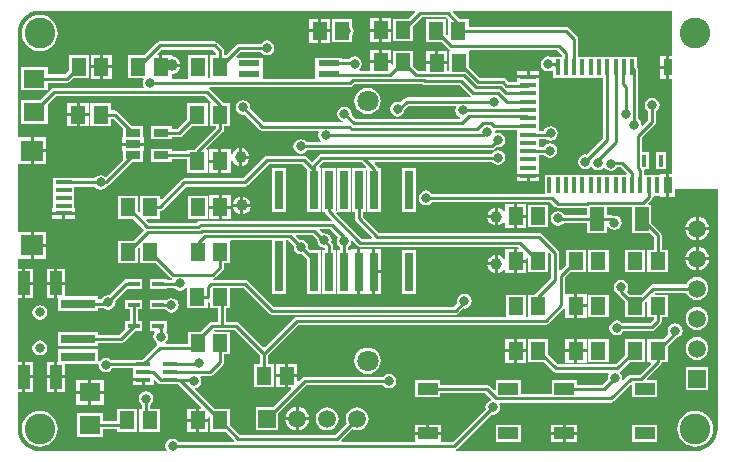
<source format=gtl>
G04 Layer_Physical_Order=1*
G04 Layer_Color=255*
%FSLAX25Y25*%
%MOIN*%
G70*
G01*
G75*
%ADD10R,0.05118X0.01400*%
%ADD11R,0.05118X0.05906*%
%ADD12R,0.03937X0.01400*%
%ADD13R,0.04921X0.07874*%
%ADD14R,0.07087X0.06299*%
%ADD15R,0.05118X0.02756*%
%ADD16R,0.06693X0.03937*%
%ADD17R,0.03150X0.05512*%
%ADD18R,0.01575X0.05512*%
%ADD19R,0.05512X0.01575*%
%ADD20R,0.01575X0.03937*%
%ADD21R,0.03150X0.16929*%
%ADD22R,0.02756X0.12992*%
%ADD23R,0.03150X0.12992*%
%ADD24R,0.07087X0.02165*%
%ADD25R,0.07500X0.07100*%
%ADD26R,0.05600X0.01400*%
%ADD27R,0.03937X0.07874*%
%ADD28R,0.11811X0.03150*%
%ADD29C,0.01000*%
%ADD30C,0.10236*%
%ADD31R,0.05906X0.05906*%
%ADD32C,0.05906*%
%ADD33R,0.05906X0.05906*%
%ADD34C,0.07087*%
%ADD35C,0.03150*%
%ADD36C,0.03937*%
G36*
X8858Y148161D02*
X133784D01*
X133975Y147699D01*
X131788Y145512D01*
X126535D01*
Y137953D01*
X133307D01*
Y143205D01*
X136190Y146088D01*
X144322D01*
X144740Y145670D01*
X145039Y145315D01*
X145039D01*
X145039Y145315D01*
Y140307D01*
X144539Y140061D01*
X144331Y140223D01*
Y145315D01*
X137559D01*
Y137756D01*
X142811D01*
X145106Y135461D01*
X145519Y135185D01*
X145525Y135148D01*
X145313Y134685D01*
X145236D01*
Y128176D01*
X144701D01*
Y130405D01*
X137583D01*
Y128176D01*
X134761D01*
X133307Y129630D01*
Y134882D01*
X126535D01*
Y130159D01*
X126500Y130135D01*
X126000Y130403D01*
Y130602D01*
X118882D01*
Y128176D01*
X115506D01*
X115354Y128676D01*
X115511Y128780D01*
X116042Y129575D01*
X116228Y130512D01*
X116042Y131449D01*
X115511Y132243D01*
X114717Y132774D01*
X113779Y132960D01*
X112843Y132774D01*
X112048Y132243D01*
X111861Y131963D01*
X109488D01*
Y132520D01*
X100748D01*
Y128701D01*
Y125368D01*
X83110D01*
Y128701D01*
Y132520D01*
X74620D01*
X74413Y133020D01*
X75867Y134474D01*
X82661D01*
X82914Y134095D01*
X83709Y133564D01*
X84646Y133378D01*
X85583Y133564D01*
X86377Y134095D01*
X86908Y134890D01*
X87094Y135827D01*
X86908Y136764D01*
X86377Y137558D01*
X85583Y138089D01*
X84646Y138275D01*
X83709Y138089D01*
X82914Y137558D01*
X82661Y137180D01*
X75307D01*
X75307Y137180D01*
X74789Y137077D01*
X74351Y136783D01*
X74351Y136783D01*
X70855Y133287D01*
X70341D01*
Y134752D01*
X70238Y135270D01*
X69945Y135708D01*
X69945Y135708D01*
X68082Y137571D01*
X67644Y137864D01*
X67126Y137967D01*
X67126Y137967D01*
X48839D01*
X48839Y137967D01*
X48321Y137864D01*
X47882Y137571D01*
X43599Y133287D01*
X38346D01*
Y125728D01*
X43395D01*
X43631Y125287D01*
X43407Y124952D01*
X43221Y124015D01*
X43407Y123078D01*
X43555Y122857D01*
X43319Y122416D01*
X13583D01*
X13583Y122416D01*
X13065Y122313D01*
X12626Y122020D01*
X12626Y122020D01*
X9150Y118543D01*
X2716D01*
Y110591D01*
X11457D01*
Y117024D01*
X14143Y119710D01*
X64007D01*
X65893Y117824D01*
X65701Y117362D01*
X65512D01*
Y109803D01*
X67545D01*
Y109222D01*
X60461Y102138D01*
X60242Y101811D01*
X58031D01*
Y101353D01*
X52795D01*
Y102205D01*
X46024D01*
Y97795D01*
X52795D01*
Y98647D01*
X58031D01*
Y94252D01*
X64803D01*
Y101811D01*
X64614D01*
X64422Y102273D01*
X69854Y107705D01*
X70147Y108144D01*
X70250Y108661D01*
X70250Y108661D01*
Y109803D01*
X72284D01*
Y117362D01*
X70072D01*
X69854Y117689D01*
X69854Y117689D01*
X65523Y122020D01*
X65309Y122163D01*
X65461Y122663D01*
X112208D01*
X112208Y122663D01*
X112726Y122766D01*
X113165Y123059D01*
X113749Y123643D01*
X136618D01*
X136759Y123549D01*
X137276Y123446D01*
X137276Y123447D01*
X148853D01*
X152441Y119858D01*
X152441Y119858D01*
X152579Y119766D01*
X152427Y119266D01*
X131299D01*
X131299Y119266D01*
X130781Y119163D01*
X130343Y118870D01*
X130343Y118870D01*
X129088Y117615D01*
X129087Y117617D01*
X128150Y117803D01*
X127213Y117617D01*
X126418Y117086D01*
X125887Y116291D01*
X125701Y115354D01*
X125887Y114417D01*
X126418Y113623D01*
X127213Y113092D01*
X128150Y112906D01*
X129087Y113092D01*
X129881Y113623D01*
X130412Y114417D01*
X130585Y115286D01*
X131860Y116561D01*
X147453D01*
X147689Y116120D01*
X147541Y115898D01*
X147354Y114961D01*
X147541Y114024D01*
X148072Y113229D01*
X148774Y112760D01*
X148908Y112356D01*
X148931Y112176D01*
X148777Y111983D01*
X114143D01*
X112793Y113333D01*
X112882Y113779D01*
X112695Y114717D01*
X112164Y115511D01*
X111370Y116042D01*
X110433Y116228D01*
X109496Y116042D01*
X108702Y115511D01*
X108171Y114717D01*
X107984Y113779D01*
X108171Y112843D01*
X108702Y112048D01*
X109496Y111517D01*
X109848Y111447D01*
X109799Y110947D01*
X83486D01*
X78935Y115498D01*
X79023Y115945D01*
X78837Y116882D01*
X78306Y117676D01*
X77512Y118207D01*
X76575Y118394D01*
X75638Y118207D01*
X74843Y117676D01*
X74313Y116882D01*
X74126Y115945D01*
X74313Y115008D01*
X74843Y114213D01*
X75638Y113683D01*
X76575Y113496D01*
X77021Y113585D01*
X81969Y108638D01*
X81969Y108638D01*
X82407Y108345D01*
X82925Y108242D01*
X82925Y108242D01*
X101750D01*
X101986Y107801D01*
X101872Y107630D01*
X101685Y106693D01*
X101872Y105756D01*
X102402Y104962D01*
X102636Y104806D01*
X102484Y104306D01*
X97851D01*
X97598Y104684D01*
X96803Y105215D01*
X95866Y105401D01*
X94929Y105215D01*
X94135Y104684D01*
X93604Y103890D01*
X93418Y102953D01*
X93604Y102016D01*
X94135Y101221D01*
X94929Y100690D01*
X95866Y100504D01*
X96803Y100690D01*
X97598Y101221D01*
X97851Y101600D01*
X159449D01*
X159449Y101600D01*
X159967Y101703D01*
X160405Y101996D01*
X161168Y102758D01*
X161614Y102670D01*
X162551Y102856D01*
X163346Y103387D01*
X163876Y104181D01*
X164063Y105118D01*
X163876Y106055D01*
X163346Y106850D01*
X162551Y107380D01*
X161614Y107567D01*
X160942Y107433D01*
X160510Y107824D01*
X160520Y107874D01*
X160513Y107906D01*
X160830Y108293D01*
X168071D01*
Y105276D01*
Y102520D01*
Y99764D01*
Y94898D01*
X167898D01*
Y93610D01*
X175409D01*
Y94898D01*
X175236D01*
Y97008D01*
Y100025D01*
X177084D01*
X177206Y99843D01*
X178000Y99313D01*
X178937Y99126D01*
X179874Y99313D01*
X180668Y99843D01*
X181199Y100638D01*
X181386Y101575D01*
X181199Y102512D01*
X180668Y103306D01*
X179874Y103837D01*
X178937Y104023D01*
X178000Y103837D01*
X177206Y103306D01*
X176821Y102731D01*
X175236D01*
Y105537D01*
X177425D01*
X178197Y105021D01*
X179134Y104835D01*
X180071Y105021D01*
X180865Y105552D01*
X181396Y106346D01*
X181582Y107283D01*
X181396Y108221D01*
X180865Y109015D01*
X180071Y109546D01*
X179134Y109732D01*
X178197Y109546D01*
X177402Y109015D01*
X176886Y108242D01*
X175236D01*
Y110787D01*
Y113543D01*
Y116299D01*
Y119055D01*
Y121811D01*
Y124394D01*
X175409D01*
Y125681D01*
X167898D01*
Y124581D01*
X164949D01*
X164105Y125425D01*
X163666Y125718D01*
X163148Y125821D01*
X163148Y125821D01*
X155619D01*
X152008Y129433D01*
Y134565D01*
X152008Y134685D01*
X152299Y135065D01*
X181329D01*
X182899Y133495D01*
Y132913D01*
X179882D01*
Y132905D01*
X179441Y132669D01*
X179283Y132774D01*
X178347Y132960D01*
X177409Y132774D01*
X176615Y132243D01*
X176084Y131449D01*
X175898Y130512D01*
X176084Y129575D01*
X176615Y128780D01*
X177409Y128250D01*
X178347Y128063D01*
X179283Y128250D01*
X179441Y128355D01*
X179882Y128119D01*
Y125748D01*
X196679D01*
Y105678D01*
X191195Y100194D01*
X190748Y100283D01*
X189811Y100097D01*
X189017Y99566D01*
X188486Y98772D01*
X188299Y97835D01*
X188486Y96898D01*
X189017Y96103D01*
X189811Y95572D01*
X190748Y95386D01*
X191685Y95572D01*
X192346Y96014D01*
X192961Y95993D01*
X193150Y95710D01*
X193945Y95179D01*
X194882Y94992D01*
X195819Y95179D01*
X196613Y95710D01*
X196731Y95886D01*
X197231D01*
X197481Y95513D01*
X198275Y94982D01*
X199213Y94796D01*
X200150Y94982D01*
X200944Y95513D01*
X201329Y96088D01*
X202392D01*
X204475Y94005D01*
X204284Y93543D01*
X177126D01*
Y87179D01*
X139583D01*
X139330Y87558D01*
X138535Y88089D01*
X137598Y88275D01*
X136661Y88089D01*
X135867Y87558D01*
X135336Y86764D01*
X135150Y85827D01*
X135336Y84890D01*
X135867Y84095D01*
X136661Y83565D01*
X137598Y83378D01*
X138535Y83565D01*
X139330Y84095D01*
X139583Y84474D01*
X178967D01*
X180540Y82902D01*
X180978Y82608D01*
X181496Y82506D01*
X181496Y82506D01*
X191201D01*
Y80093D01*
X183809D01*
X183424Y80668D01*
X182630Y81199D01*
X181693Y81386D01*
X180756Y81199D01*
X179962Y80668D01*
X179431Y79874D01*
X179244Y78937D01*
X179431Y78000D01*
X179962Y77206D01*
X180756Y76675D01*
X181693Y76488D01*
X182630Y76675D01*
X183424Y77206D01*
X183546Y77387D01*
X191201D01*
Y73976D01*
X197776D01*
Y76255D01*
X198276Y76406D01*
X198662Y75828D01*
X199457Y75297D01*
X200394Y75110D01*
X201331Y75297D01*
X202125Y75828D01*
X202656Y76622D01*
X202842Y77559D01*
X202656Y78496D01*
X202125Y79290D01*
X201331Y79821D01*
X200394Y80008D01*
X199862Y79902D01*
X199730Y79990D01*
X199213Y80093D01*
X199213Y80093D01*
X197776D01*
Y82651D01*
X206161D01*
Y73976D01*
X212299D01*
X213446Y72829D01*
Y68543D01*
X211413D01*
Y60984D01*
X218185D01*
Y68543D01*
X216152D01*
Y73390D01*
X216049Y73907D01*
X215756Y74346D01*
X215756Y74346D01*
X212736Y77366D01*
Y83504D01*
X211858D01*
X211666Y83966D01*
X212768Y85067D01*
X212768Y85067D01*
X213061Y85506D01*
X213164Y86024D01*
X213483Y86378D01*
X215535D01*
Y86205D01*
X217610D01*
Y89961D01*
Y93717D01*
X215535D01*
Y93543D01*
X210408D01*
Y94974D01*
X210394Y95047D01*
X210711Y95433D01*
X212047D01*
Y101024D01*
X209672D01*
Y105987D01*
X213949Y110264D01*
X213949Y110264D01*
X214242Y110703D01*
X214345Y111221D01*
Y114748D01*
X214724Y115001D01*
X215254Y115795D01*
X215441Y116732D01*
X215254Y117669D01*
X214724Y118464D01*
X213929Y118994D01*
X212992Y119181D01*
X212055Y118994D01*
X211261Y118464D01*
X210730Y117669D01*
X210543Y116732D01*
X210730Y115795D01*
X211261Y115001D01*
X211639Y114748D01*
Y111781D01*
X209787Y109928D01*
X209326Y110175D01*
X209338Y110236D01*
X209152Y111173D01*
X208621Y111968D01*
X208388Y112123D01*
Y128594D01*
X208388Y128594D01*
X208285Y129112D01*
X207992Y129551D01*
X207992Y129551D01*
X207913Y129630D01*
Y132913D01*
X188361D01*
Y138779D01*
X188258Y139297D01*
X187964Y139736D01*
X187964Y139736D01*
X185208Y142492D01*
X184770Y142785D01*
X184252Y142888D01*
X184252Y142888D01*
X151811D01*
Y145315D01*
X148921D01*
X146537Y147699D01*
X146728Y148161D01*
X219685D01*
Y133087D01*
X218610D01*
Y129331D01*
Y125575D01*
X219685D01*
Y93717D01*
X218610D01*
Y89961D01*
Y86205D01*
X220685D01*
Y88779D01*
X234775D01*
Y8858D01*
X234784Y8813D01*
X234646Y7409D01*
X234224Y6016D01*
X233537Y4732D01*
X232614Y3607D01*
X231488Y2683D01*
X230204Y1997D01*
X228811Y1574D01*
X227408Y1436D01*
X227362Y1445D01*
X147716D01*
X147640Y1673D01*
X147633Y1945D01*
X148004Y2193D01*
X159396Y13585D01*
X159843Y13496D01*
X160780Y13683D01*
X161574Y14213D01*
X162105Y15008D01*
X162291Y15945D01*
X162105Y16882D01*
X161922Y17155D01*
X162158Y17596D01*
X199185D01*
X199185Y17596D01*
X199703Y17699D01*
X200142Y17992D01*
X205814Y23664D01*
X206276Y23473D01*
Y19449D01*
X214622D01*
Y25039D01*
X211464D01*
X211273Y25501D01*
X215756Y29984D01*
X215756Y29984D01*
X216049Y30423D01*
X216152Y30941D01*
X216629Y31059D01*
X218185D01*
Y36311D01*
X221033Y39159D01*
X221606Y39273D01*
X222401Y39804D01*
X222932Y40598D01*
X223118Y41535D01*
X222932Y42472D01*
X222401Y43267D01*
X221606Y43798D01*
X220669Y43984D01*
X219732Y43798D01*
X218938Y43267D01*
X218407Y42472D01*
X218221Y41535D01*
X218407Y40598D01*
X218503Y40455D01*
X216666Y38618D01*
X211413D01*
Y31059D01*
X212351D01*
X212542Y30597D01*
X208837Y26892D01*
X205776D01*
X205776Y26892D01*
X205258Y26789D01*
X204819Y26496D01*
X203410Y25086D01*
X202949Y25333D01*
X203039Y25787D01*
X202853Y26724D01*
X202402Y27398D01*
X202383Y27797D01*
X202437Y28043D01*
X205452Y31059D01*
X210705D01*
Y38618D01*
X203933D01*
Y33366D01*
X200857Y30290D01*
X181462D01*
X178386Y33366D01*
Y38618D01*
X171614D01*
Y31059D01*
X176866D01*
X179945Y27981D01*
X180384Y27687D01*
X180902Y27584D01*
X180902Y27584D01*
X198301D01*
X198569Y27084D01*
X198328Y26724D01*
X198142Y25787D01*
X198231Y25341D01*
X196487Y23597D01*
X187819D01*
Y25039D01*
X179472D01*
Y20302D01*
X169150D01*
Y25039D01*
X160803D01*
Y21792D01*
X160341Y21601D01*
X158742Y23201D01*
X158303Y23494D01*
X157785Y23597D01*
X157785Y23597D01*
X142347D01*
Y25039D01*
X134000D01*
Y19449D01*
X142347D01*
Y20891D01*
X157225D01*
X159368Y18749D01*
X159222Y18270D01*
X158905Y18207D01*
X158111Y17676D01*
X157580Y16882D01*
X157394Y15945D01*
X157483Y15498D01*
X146487Y4502D01*
X142520D01*
Y6784D01*
X133827D01*
Y4502D01*
X109564D01*
X109356Y5002D01*
X113106Y8752D01*
X113659Y8523D01*
X114646Y8393D01*
X115632Y8523D01*
X116552Y8903D01*
X117341Y9509D01*
X117947Y10299D01*
X118328Y11218D01*
X118458Y12205D01*
X118328Y13191D01*
X117947Y14111D01*
X117341Y14900D01*
X116552Y15506D01*
X115632Y15887D01*
X114646Y16017D01*
X113659Y15887D01*
X112740Y15506D01*
X111950Y14900D01*
X111344Y14111D01*
X110963Y13191D01*
X110834Y12205D01*
X110963Y11218D01*
X111193Y10665D01*
X107392Y6865D01*
X75651D01*
X72374Y10142D01*
Y15394D01*
X67122D01*
X60599Y21917D01*
X60763Y22459D01*
X61173Y22541D01*
X61968Y23072D01*
X62498Y23866D01*
X62685Y24803D01*
X62498Y25740D01*
X62350Y25962D01*
X62586Y26403D01*
X65551D01*
X65551Y26403D01*
X66069Y26506D01*
X66508Y26799D01*
X69945Y30236D01*
X69945Y30236D01*
X70238Y30675D01*
X70341Y31193D01*
X70341Y31193D01*
Y33622D01*
X72374D01*
Y41181D01*
X67298D01*
X67030Y41681D01*
X67081Y41758D01*
X73849D01*
X82309Y33298D01*
Y30354D01*
X80276D01*
Y22795D01*
X87047D01*
Y30354D01*
X85014D01*
Y33298D01*
X95245Y43529D01*
X177467D01*
X177467Y43529D01*
X177985Y43632D01*
X178423Y43925D01*
X183492Y48994D01*
X183492Y48994D01*
X183539Y49065D01*
X184039Y48913D01*
Y45850D01*
X187098D01*
Y49803D01*
Y53756D01*
X184388D01*
X184039Y53756D01*
X183888Y54193D01*
Y59140D01*
X185732Y60984D01*
X190984D01*
Y68543D01*
X184213D01*
Y63291D01*
X182523Y61602D01*
X182061Y61793D01*
Y67520D01*
X182061Y67520D01*
X181958Y68037D01*
X181665Y68476D01*
X181665Y68476D01*
X176350Y73791D01*
X175911Y74084D01*
X175394Y74187D01*
X175394Y74187D01*
X121820D01*
X116510Y79497D01*
Y81161D01*
X117441D01*
Y95220D01*
X117941Y95513D01*
X118031Y95462D01*
Y81161D01*
X122441D01*
Y95807D01*
X121530D01*
X121486Y96030D01*
X121193Y96468D01*
X120460Y97201D01*
X120651Y97663D01*
X159761D01*
X159883Y97481D01*
X160677Y96950D01*
X161614Y96764D01*
X162551Y96950D01*
X163346Y97481D01*
X163876Y98276D01*
X164063Y99213D01*
X163876Y100150D01*
X163346Y100944D01*
X162551Y101475D01*
X161614Y101661D01*
X160677Y101475D01*
X159883Y100944D01*
X159498Y100368D01*
X116732D01*
X116732Y100368D01*
X116732Y100368D01*
X102756D01*
X102756Y100368D01*
X102238Y100266D01*
X101799Y99972D01*
X99528Y97701D01*
X97846Y99382D01*
X97407Y99675D01*
X96890Y99778D01*
X96890Y99778D01*
X84646D01*
X84646Y99778D01*
X84128Y99675D01*
X83689Y99382D01*
X76605Y92298D01*
X57087D01*
X56569Y92195D01*
X56130Y91901D01*
X56130Y91901D01*
X49517Y85288D01*
X49055Y85480D01*
Y86457D01*
X42283D01*
Y81449D01*
X41783Y81203D01*
X41575Y81364D01*
Y86457D01*
X34803D01*
Y78898D01*
X40055D01*
X43403Y75550D01*
X43437Y74878D01*
X40055Y71496D01*
X34803D01*
Y63937D01*
X41575D01*
Y69029D01*
X41783Y69190D01*
X42283Y68945D01*
Y63937D01*
X47536D01*
X52193Y59280D01*
X52193Y59280D01*
X52632Y58986D01*
X52868Y58939D01*
X52819Y58439D01*
X51221D01*
Y58613D01*
X45630D01*
Y55560D01*
X51221D01*
Y55734D01*
X53659D01*
X53780Y55552D01*
X54575Y55021D01*
X55512Y54835D01*
X56449Y55021D01*
X57243Y55552D01*
X57531Y55983D01*
X58031Y55832D01*
Y48976D01*
X64803D01*
Y51048D01*
X65030Y51154D01*
X65512Y50825D01*
Y48976D01*
X68332D01*
Y44463D01*
X66142D01*
X66142Y44463D01*
X65624Y44360D01*
X65185Y44067D01*
X65185Y44067D01*
X62300Y41181D01*
X58122D01*
Y37179D01*
X50862D01*
X50711Y37679D01*
X50944Y37835D01*
X51475Y38630D01*
X51661Y39567D01*
X51475Y40504D01*
X51088Y41083D01*
X51221Y41583D01*
X51221D01*
X51221Y41583D01*
Y44637D01*
X45630D01*
Y41583D01*
X47076D01*
X47338Y41083D01*
X46950Y40504D01*
X46764Y39567D01*
X46950Y38630D01*
X47481Y37835D01*
X48006Y37485D01*
X48010Y36887D01*
X47855Y36783D01*
X47855Y36783D01*
X42955Y31883D01*
X39955D01*
Y31709D01*
X32731D01*
X32637Y31850D01*
X31843Y32380D01*
X30906Y32567D01*
X29969Y32380D01*
X29174Y31850D01*
X28886Y31418D01*
X28386Y31570D01*
Y35276D01*
X14921D01*
Y31118D01*
X14673D01*
Y26681D01*
X17142D01*
Y30472D01*
X28018D01*
X28457Y30118D01*
X28478Y30011D01*
X28643Y29181D01*
X29174Y28387D01*
X29969Y27856D01*
X30906Y27670D01*
X31843Y27856D01*
X32637Y28387D01*
X33049Y29003D01*
X39955D01*
Y26856D01*
X39782D01*
Y25656D01*
X43341D01*
Y25156D01*
X43841D01*
Y23456D01*
X46900D01*
Y24943D01*
X47362Y25134D01*
X48297Y24199D01*
X48297Y24199D01*
X48736Y23906D01*
X48943Y23865D01*
Y23629D01*
X55060D01*
X62660Y16029D01*
X62469Y15567D01*
X62008D01*
Y12114D01*
X65067D01*
Y12406D01*
X65567Y12673D01*
X65602Y12650D01*
Y7835D01*
X70855D01*
X73687Y5002D01*
X73480Y4502D01*
X55134D01*
X54881Y4881D01*
X54087Y5412D01*
X53150Y5598D01*
X52213Y5412D01*
X51418Y4881D01*
X50887Y4087D01*
X50701Y3150D01*
X50887Y2213D01*
X51105Y1886D01*
X50870Y1445D01*
X8858D01*
X8813Y1436D01*
X7409Y1574D01*
X6016Y1997D01*
X4732Y2683D01*
X3607Y3607D01*
X2683Y4732D01*
X1997Y6016D01*
X1574Y7409D01*
X1436Y8813D01*
X1445Y8858D01*
Y21244D01*
X3043D01*
Y26181D01*
Y31118D01*
X1445D01*
Y52346D01*
X3043D01*
Y57284D01*
Y62221D01*
X1445D01*
Y65020D01*
X1549Y65477D01*
X1945Y65477D01*
X5799D01*
Y70027D01*
Y74577D01*
X1945D01*
X1549Y74577D01*
X1445Y75034D01*
Y96568D01*
X1549Y97025D01*
X1945Y97025D01*
X5799D01*
Y101575D01*
Y106125D01*
X1945D01*
X1549Y106125D01*
X1445Y106582D01*
Y140748D01*
X1436Y140794D01*
X1574Y142197D01*
X1997Y143590D01*
X2683Y144874D01*
X3607Y146000D01*
X4732Y146923D01*
X6016Y147609D01*
X7409Y148032D01*
X8813Y148170D01*
X8858Y148161D01*
D02*
G37*
G36*
X67635Y134192D02*
Y133287D01*
X65602D01*
Y125728D01*
X65591Y125716D01*
X64905D01*
X64894Y125728D01*
X64894Y125868D01*
Y133287D01*
X58122D01*
Y125868D01*
X58122Y125728D01*
X57784Y125368D01*
X53194D01*
X52772Y125555D01*
Y127014D01*
X53547Y127116D01*
X54269Y127415D01*
X54889Y127891D01*
X55365Y128511D01*
X55664Y129233D01*
X55700Y129508D01*
X52772D01*
Y130508D01*
X55700D01*
X55664Y130783D01*
X55365Y131505D01*
X54889Y132125D01*
X54269Y132601D01*
X53547Y132900D01*
X52772Y133002D01*
Y133461D01*
X49713D01*
Y129508D01*
X48713D01*
Y133461D01*
X48251D01*
X48060Y133923D01*
X49399Y135261D01*
X66566D01*
X67635Y134192D01*
D02*
G37*
G36*
X108212Y72749D02*
X107974Y72394D01*
X107788Y71457D01*
X107974Y70520D01*
X108505Y69725D01*
X108884Y69472D01*
Y68445D01*
X108031D01*
Y53799D01*
X112358D01*
X112430Y53799D01*
X112858Y53626D01*
X112869Y53626D01*
X114736D01*
Y61122D01*
Y68618D01*
X112869D01*
X112858Y68618D01*
X112430Y68445D01*
X112358Y68445D01*
X111589D01*
Y69472D01*
X111968Y69725D01*
X112498Y70520D01*
X112660Y71334D01*
X113134Y71567D01*
X114792Y69910D01*
X114792Y69910D01*
X115230Y69616D01*
X115748Y69513D01*
X168337D01*
X168672Y69178D01*
X168481Y68717D01*
X168020D01*
Y65264D01*
X171079D01*
Y65556D01*
X171579Y65823D01*
X171614Y65799D01*
Y60984D01*
X178386D01*
Y67276D01*
X178848Y67467D01*
X179356Y66959D01*
Y59025D01*
X174044Y53712D01*
X173957Y53583D01*
X171614D01*
Y46235D01*
X170905D01*
Y53583D01*
X164134D01*
Y46235D01*
X94685D01*
X94685Y46235D01*
X94167Y46132D01*
X93729Y45838D01*
X93728Y45838D01*
X83911Y36021D01*
X83411D01*
X75366Y44067D01*
X74927Y44360D01*
X74410Y44463D01*
X74409Y44463D01*
X71038D01*
Y48976D01*
X72284D01*
Y55683D01*
X76853D01*
X85264Y47272D01*
X85264Y47272D01*
X85703Y46979D01*
X86221Y46876D01*
X86221Y46876D01*
X147441D01*
X147441Y46876D01*
X147959Y46979D01*
X148398Y47272D01*
X150111Y48985D01*
X150394Y48929D01*
X151331Y49116D01*
X152125Y49646D01*
X152656Y50441D01*
X152842Y51378D01*
X152656Y52315D01*
X152125Y53109D01*
X151331Y53640D01*
X150394Y53827D01*
X149457Y53640D01*
X148662Y53109D01*
X148132Y52315D01*
X147945Y51378D01*
X148067Y50767D01*
X146881Y49581D01*
X86781D01*
X78370Y57992D01*
X77931Y58285D01*
X77413Y58388D01*
X77413Y58388D01*
X66547D01*
X66535Y58883D01*
X66536Y58884D01*
X67053Y58986D01*
X67492Y59280D01*
X69945Y61732D01*
X69945Y61732D01*
X70238Y62171D01*
X70341Y62689D01*
Y63937D01*
X72374D01*
Y71496D01*
X72798Y71679D01*
X86264D01*
Y53669D01*
X91067D01*
Y71679D01*
X91763D01*
X93605Y69836D01*
X93516Y69390D01*
X93702Y68453D01*
X94233Y67658D01*
X95028Y67128D01*
X95965Y66941D01*
X96411Y67030D01*
X98031Y65410D01*
Y53799D01*
X102441D01*
Y68445D01*
X98823D01*
X98324Y68943D01*
X98413Y69390D01*
X98227Y70327D01*
X97696Y71121D01*
X96902Y71652D01*
X95965Y71838D01*
X95518Y71750D01*
X94224Y73044D01*
X94415Y73506D01*
X99778D01*
X101348Y71936D01*
X101292Y71653D01*
X101478Y70717D01*
X102009Y69922D01*
X102803Y69391D01*
X103740Y69205D01*
X103884Y69087D01*
Y68445D01*
X103031D01*
Y53799D01*
X107441D01*
Y68445D01*
X106589D01*
Y69961D01*
X106486Y70478D01*
X106193Y70917D01*
X106193Y70917D01*
X106067Y71043D01*
X106189Y71653D01*
X106002Y72591D01*
X105472Y73385D01*
X104677Y73916D01*
X103740Y74102D01*
X103129Y73981D01*
X102240Y74870D01*
X102431Y75332D01*
X105629D01*
X108212Y72749D01*
D02*
G37*
G36*
X117589Y96246D02*
X117321Y95807D01*
X113031D01*
Y81161D01*
X113805D01*
Y78937D01*
X113805Y78937D01*
X113908Y78419D01*
X114201Y77981D01*
X119501Y72681D01*
X119309Y72219D01*
X116308D01*
X107748Y80779D01*
X108039Y81121D01*
X108387Y81161D01*
X108514Y81161D01*
X112441D01*
Y95807D01*
X108031D01*
Y81660D01*
X108031Y81613D01*
X107531Y81310D01*
X107441Y81358D01*
Y95807D01*
X103031D01*
Y81161D01*
X103927D01*
X103986Y80860D01*
X104280Y80421D01*
X106163Y78538D01*
X105956Y78038D01*
X62266D01*
X62266Y78038D01*
X61748Y77935D01*
X61310Y77642D01*
X61310Y77642D01*
X61257Y77589D01*
X45190D01*
X44344Y78436D01*
X44535Y78898D01*
X49055D01*
Y81371D01*
X49337Y81427D01*
X49775Y81721D01*
X57647Y89592D01*
X77165D01*
X77165Y89592D01*
X77683Y89695D01*
X78122Y89988D01*
X85206Y97072D01*
X96329D01*
X98031Y95370D01*
Y81161D01*
X102441D01*
Y95807D01*
X102168D01*
X101961Y96307D01*
X103316Y97663D01*
X116172D01*
X117589Y96246D01*
D02*
G37*
%LPC*%
G36*
X42953Y51724D02*
X37362D01*
Y48670D01*
X38805D01*
Y44637D01*
X37362D01*
Y42228D01*
X35266Y40132D01*
X28386D01*
Y41181D01*
X14921D01*
Y36378D01*
X28386D01*
Y37427D01*
X35827D01*
X35827Y37427D01*
X36345Y37530D01*
X36783Y37823D01*
X40544Y41583D01*
X42953D01*
Y44637D01*
X41510D01*
Y48670D01*
X42953D01*
Y51724D01*
D02*
G37*
G36*
X227953Y49403D02*
X226966Y49273D01*
X226047Y48892D01*
X225257Y48286D01*
X224651Y47497D01*
X224271Y46577D01*
X224141Y45591D01*
X224271Y44604D01*
X224651Y43685D01*
X225257Y42895D01*
X226047Y42289D01*
X226966Y41908D01*
X227953Y41778D01*
X228939Y41908D01*
X229859Y42289D01*
X230648Y42895D01*
X231254Y43685D01*
X231635Y44604D01*
X231765Y45591D01*
X231635Y46577D01*
X231254Y47497D01*
X230648Y48286D01*
X229859Y48892D01*
X228939Y49273D01*
X227953Y49403D01*
D02*
G37*
G36*
X191157Y38791D02*
X188098D01*
Y35339D01*
X191157D01*
Y38791D01*
D02*
G37*
G36*
X227362Y14832D02*
X226197Y14717D01*
X225076Y14377D01*
X224043Y13825D01*
X223138Y13082D01*
X222395Y12177D01*
X221843Y11144D01*
X221503Y10024D01*
X221389Y8858D01*
X221503Y7693D01*
X221843Y6572D01*
X222395Y5539D01*
X223138Y4634D01*
X224043Y3891D01*
X225076Y3339D01*
X226197Y2999D01*
X227362Y2885D01*
X228528Y2999D01*
X229648Y3339D01*
X230681Y3891D01*
X231586Y4634D01*
X232329Y5539D01*
X232881Y6572D01*
X233221Y7693D01*
X233336Y8858D01*
X233221Y10024D01*
X232881Y11144D01*
X232329Y12177D01*
X231586Y13082D01*
X230681Y13825D01*
X229648Y14377D01*
X228528Y14717D01*
X227362Y14832D01*
D02*
G37*
G36*
X198465Y53583D02*
X191693D01*
Y46024D01*
X198465D01*
Y53583D01*
D02*
G37*
G36*
X52756Y52449D02*
X51819Y52262D01*
X51025Y51731D01*
X51019Y51724D01*
X45630D01*
Y48670D01*
X50756D01*
X51025Y48269D01*
X51819Y47738D01*
X52756Y47551D01*
X53693Y47738D01*
X54487Y48269D01*
X55018Y49063D01*
X55204Y50000D01*
X55018Y50937D01*
X54487Y51731D01*
X53693Y52262D01*
X52756Y52449D01*
D02*
G37*
G36*
X8858Y50086D02*
X7921Y49900D01*
X7127Y49369D01*
X6596Y48575D01*
X6410Y47638D01*
X6596Y46701D01*
X7127Y45906D01*
X7921Y45375D01*
X8858Y45189D01*
X9795Y45375D01*
X10590Y45906D01*
X11120Y46701D01*
X11307Y47638D01*
X11120Y48575D01*
X10590Y49369D01*
X9795Y49900D01*
X8858Y50086D01*
D02*
G37*
G36*
X191157Y49303D02*
X188098D01*
Y45850D01*
X191157D01*
Y49303D01*
D02*
G37*
G36*
X187098Y38791D02*
X184039D01*
Y35339D01*
X187098D01*
Y38791D01*
D02*
G37*
G36*
X191157Y34339D02*
X188098D01*
Y30886D01*
X191157D01*
Y34339D01*
D02*
G37*
G36*
X198465Y38618D02*
X191693D01*
Y31059D01*
X198465D01*
Y38618D01*
D02*
G37*
G36*
X171079Y34339D02*
X168020D01*
Y30886D01*
X171079D01*
Y34339D01*
D02*
G37*
G36*
X187098D02*
X184039D01*
Y30886D01*
X187098D01*
Y34339D01*
D02*
G37*
G36*
X167020Y38791D02*
X163961D01*
Y35339D01*
X167020D01*
Y38791D01*
D02*
G37*
G36*
X171079D02*
X168020D01*
Y35339D01*
X171079D01*
Y38791D01*
D02*
G37*
G36*
X227953Y39403D02*
X226966Y39273D01*
X226047Y38892D01*
X225257Y38286D01*
X224651Y37497D01*
X224271Y36577D01*
X224141Y35591D01*
X224271Y34604D01*
X224651Y33685D01*
X225257Y32895D01*
X226047Y32289D01*
X226966Y31908D01*
X227953Y31778D01*
X228939Y31908D01*
X229859Y32289D01*
X230648Y32895D01*
X231254Y33685D01*
X231635Y34604D01*
X231765Y35591D01*
X231635Y36577D01*
X231254Y37497D01*
X230648Y38286D01*
X229859Y38892D01*
X228939Y39273D01*
X227953Y39403D01*
D02*
G37*
G36*
X8858Y38275D02*
X7921Y38089D01*
X7127Y37558D01*
X6596Y36764D01*
X6410Y35827D01*
X6596Y34890D01*
X7127Y34095D01*
X7921Y33564D01*
X8858Y33378D01*
X9795Y33564D01*
X10590Y34095D01*
X11120Y34890D01*
X11307Y35827D01*
X11120Y36764D01*
X10590Y37558D01*
X9795Y38089D01*
X8858Y38275D01*
D02*
G37*
G36*
X188098Y53756D02*
Y50303D01*
X191157D01*
Y53756D01*
X188098D01*
D02*
G37*
G36*
X160524Y63279D02*
X158095D01*
X158132Y63005D01*
X158431Y62283D01*
X158906Y61662D01*
X159527Y61186D01*
X160249Y60887D01*
X160524Y60851D01*
Y63279D01*
D02*
G37*
G36*
X198465Y68543D02*
X191693D01*
Y60984D01*
X198465D01*
Y68543D01*
D02*
G37*
G36*
X17142Y62221D02*
X14673D01*
Y57784D01*
X17142D01*
Y62221D01*
D02*
G37*
G36*
X171079Y64264D02*
X168020D01*
Y60811D01*
X171079D01*
Y64264D01*
D02*
G37*
G36*
X227453Y65091D02*
X224032D01*
X224102Y64559D01*
X224500Y63597D01*
X225134Y62771D01*
X225959Y62138D01*
X226921Y61739D01*
X227453Y61669D01*
Y65091D01*
D02*
G37*
G36*
X231874D02*
X228453D01*
Y61669D01*
X228985Y61739D01*
X229946Y62138D01*
X230772Y62771D01*
X231405Y63597D01*
X231804Y64559D01*
X231874Y65091D01*
D02*
G37*
G36*
X210705Y68543D02*
X203933D01*
Y60984D01*
X210705D01*
Y68543D01*
D02*
G37*
G36*
X120736Y68618D02*
Y61622D01*
X122614D01*
Y68618D01*
X120736D01*
D02*
G37*
G36*
X13673Y62221D02*
X11205D01*
Y57784D01*
X13673D01*
Y62221D01*
D02*
G37*
G36*
X42953Y58613D02*
X37362D01*
Y58392D01*
X37081Y58336D01*
X36642Y58043D01*
X36642Y58043D01*
X31975Y53377D01*
X31693Y53433D01*
X30756Y53246D01*
X29961Y52716D01*
X29445Y51943D01*
X28386D01*
Y52992D01*
X17142D01*
Y56783D01*
X14673D01*
Y52346D01*
X14921D01*
Y48189D01*
X28386D01*
Y49238D01*
X29984D01*
X30756Y48722D01*
X31693Y48536D01*
X32630Y48722D01*
X33424Y49253D01*
X33955Y50047D01*
X34141Y50984D01*
X34020Y51595D01*
X37985Y55560D01*
X42953D01*
Y58613D01*
D02*
G37*
G36*
X122614Y60622D02*
X120736D01*
Y53626D01*
X122614D01*
Y60622D01*
D02*
G37*
G36*
X6512Y56783D02*
X4043D01*
Y52346D01*
X6512D01*
Y56783D01*
D02*
G37*
G36*
X13673D02*
X11205D01*
Y52346D01*
X13673D01*
Y56783D01*
D02*
G37*
G36*
X227953Y59403D02*
X226966Y59273D01*
X226047Y58892D01*
X225257Y58286D01*
X224651Y57497D01*
X224422Y56943D01*
X213106D01*
X213106Y56943D01*
X212589Y56840D01*
X212150Y56547D01*
X212150Y56547D01*
X209185Y53583D01*
X205452D01*
X204440Y54595D01*
X204821Y55165D01*
X205008Y56102D01*
X204821Y57039D01*
X204291Y57834D01*
X203496Y58365D01*
X202559Y58551D01*
X201622Y58365D01*
X200828Y57834D01*
X200297Y57039D01*
X200110Y56102D01*
X200297Y55165D01*
X200828Y54371D01*
X201308Y54050D01*
X201309Y54045D01*
X201603Y53606D01*
X203933Y51276D01*
Y46024D01*
X210705D01*
Y51116D01*
X210913Y51277D01*
X211413Y51031D01*
Y46024D01*
X213446D01*
Y45281D01*
X212235Y44069D01*
X203034D01*
X202912Y44251D01*
X202118Y44782D01*
X201181Y44968D01*
X200244Y44782D01*
X199450Y44251D01*
X198919Y43457D01*
X198732Y42520D01*
X198919Y41583D01*
X199450Y40788D01*
X200244Y40257D01*
X201181Y40071D01*
X202118Y40257D01*
X202912Y40788D01*
X203297Y41364D01*
X212795D01*
X212795Y41364D01*
X213313Y41467D01*
X213752Y41760D01*
X215756Y43764D01*
X215756Y43764D01*
X216049Y44203D01*
X216152Y44721D01*
Y46024D01*
X218185D01*
Y53583D01*
X214070D01*
X213818Y54083D01*
X213934Y54238D01*
X224422D01*
X224651Y53685D01*
X225257Y52895D01*
X226047Y52289D01*
X226966Y51908D01*
X227953Y51778D01*
X228939Y51908D01*
X229859Y52289D01*
X230648Y52895D01*
X231254Y53685D01*
X231635Y54604D01*
X231765Y55590D01*
X231635Y56577D01*
X231254Y57497D01*
X230648Y58286D01*
X229859Y58892D01*
X228939Y59273D01*
X227953Y59403D01*
D02*
G37*
G36*
X6512Y62221D02*
X4043D01*
Y57784D01*
X6512D01*
Y62221D01*
D02*
G37*
G36*
X8858Y14832D02*
X7693Y14717D01*
X6572Y14377D01*
X5539Y13825D01*
X4634Y13082D01*
X3891Y12177D01*
X3339Y11144D01*
X2999Y10024D01*
X2885Y8858D01*
X2999Y7693D01*
X3339Y6572D01*
X3891Y5539D01*
X4634Y4634D01*
X5539Y3891D01*
X6572Y3339D01*
X7693Y2999D01*
X8858Y2885D01*
X10024Y2999D01*
X11144Y3339D01*
X12177Y3891D01*
X13082Y4634D01*
X13825Y5539D01*
X14377Y6572D01*
X14717Y7693D01*
X14832Y8858D01*
X14717Y10024D01*
X14377Y11144D01*
X13825Y12177D01*
X13082Y13082D01*
X12177Y13825D01*
X11144Y14377D01*
X10024Y14717D01*
X8858Y14832D01*
D02*
G37*
G36*
X134292Y68445D02*
X129488D01*
Y53799D01*
X134292D01*
Y68445D01*
D02*
G37*
G36*
X104646Y16017D02*
X103659Y15887D01*
X102740Y15506D01*
X101950Y14900D01*
X101344Y14111D01*
X100963Y13191D01*
X100833Y12205D01*
X100963Y11218D01*
X101344Y10299D01*
X101950Y9509D01*
X102740Y8903D01*
X103659Y8523D01*
X104646Y8393D01*
X105632Y8523D01*
X106552Y8903D01*
X107341Y9509D01*
X107947Y10299D01*
X108328Y11218D01*
X108458Y12205D01*
X108328Y13191D01*
X107947Y14111D01*
X107341Y14900D01*
X106552Y15506D01*
X105632Y15887D01*
X104646Y16017D01*
D02*
G37*
G36*
X41378Y15394D02*
X34606D01*
Y11392D01*
X29961D01*
Y14016D01*
X21220D01*
Y6063D01*
X29961D01*
Y8687D01*
X34606D01*
Y7835D01*
X41378D01*
Y15394D01*
D02*
G37*
G36*
X94146Y11705D02*
X90725D01*
X90795Y11173D01*
X91193Y10211D01*
X91826Y9386D01*
X92652Y8752D01*
X93614Y8354D01*
X94146Y8284D01*
Y11705D01*
D02*
G37*
G36*
X98567D02*
X95146D01*
Y8284D01*
X95678Y8354D01*
X96639Y8752D01*
X97465Y9386D01*
X98098Y10211D01*
X98497Y11173D01*
X98567Y11705D01*
D02*
G37*
G36*
X95146Y16126D02*
Y12705D01*
X98567D01*
X98497Y13237D01*
X98098Y14198D01*
X97465Y15024D01*
X96639Y15657D01*
X95678Y16056D01*
X95146Y16126D01*
D02*
G37*
G36*
X187992Y6784D02*
X184146D01*
Y4315D01*
X187992D01*
Y6784D01*
D02*
G37*
G36*
X61008Y15567D02*
X57949D01*
Y12114D01*
X61008D01*
Y15567D01*
D02*
G37*
G36*
X94146Y16126D02*
X93614Y16056D01*
X92652Y15657D01*
X91826Y15024D01*
X91193Y14198D01*
X90795Y13237D01*
X90725Y12705D01*
X94146D01*
Y16126D01*
D02*
G37*
G36*
X44291Y21346D02*
X43354Y21160D01*
X42560Y20629D01*
X42029Y19835D01*
X41843Y18898D01*
X42029Y17961D01*
X42560Y17166D01*
X42939Y16913D01*
Y15394D01*
X42087D01*
Y7835D01*
X48858D01*
Y15394D01*
X45644D01*
Y16913D01*
X46023Y17166D01*
X46554Y17961D01*
X46740Y18898D01*
X46554Y19835D01*
X46023Y20629D01*
X45228Y21160D01*
X44291Y21346D01*
D02*
G37*
G36*
X61008Y11114D02*
X57949D01*
Y7661D01*
X61008D01*
Y11114D01*
D02*
G37*
G36*
X65067D02*
X62008D01*
Y7661D01*
X65067D01*
Y11114D01*
D02*
G37*
G36*
X169150Y10079D02*
X160803D01*
Y4488D01*
X169150D01*
Y10079D01*
D02*
G37*
G36*
X214622D02*
X206276D01*
Y4488D01*
X214622D01*
Y10079D01*
D02*
G37*
G36*
X183146Y10252D02*
X179299D01*
Y7784D01*
X183146D01*
Y10252D01*
D02*
G37*
G36*
X187992D02*
X184146D01*
Y7784D01*
X187992D01*
Y10252D01*
D02*
G37*
G36*
X137673D02*
X133827D01*
Y7784D01*
X137673D01*
Y10252D01*
D02*
G37*
G36*
X142520D02*
X138673D01*
Y7784D01*
X142520D01*
Y10252D01*
D02*
G37*
G36*
X25091Y20563D02*
X21047D01*
Y16913D01*
X25091D01*
Y20563D01*
D02*
G37*
G36*
X13673Y31118D02*
X11205D01*
Y26681D01*
X13673D01*
Y31118D01*
D02*
G37*
G36*
X90642Y30528D02*
X87583D01*
Y27075D01*
X90642D01*
Y30528D01*
D02*
G37*
G36*
X125197Y27252D02*
X124260Y27065D01*
X123465Y26535D01*
X123212Y26156D01*
X97244D01*
X97244Y26156D01*
X96726Y26053D01*
X96288Y25760D01*
X95163Y24635D01*
X94701Y24826D01*
Y26075D01*
X91642D01*
Y22622D01*
X92497D01*
X92688Y22160D01*
X86512Y15984D01*
X80866D01*
Y8425D01*
X88425D01*
Y14071D01*
X97804Y23450D01*
X123212D01*
X123465Y23072D01*
X124260Y22541D01*
X125197Y22354D01*
X126134Y22541D01*
X126928Y23072D01*
X127459Y23866D01*
X127646Y24803D01*
X127459Y25740D01*
X126928Y26535D01*
X126134Y27065D01*
X125197Y27252D01*
D02*
G37*
G36*
X6512Y31118D02*
X4043D01*
Y26681D01*
X6512D01*
Y31118D01*
D02*
G37*
G36*
X118110Y35904D02*
X116969Y35754D01*
X115906Y35313D01*
X114994Y34613D01*
X114293Y33700D01*
X113853Y32637D01*
X113702Y31496D01*
X113853Y30355D01*
X114293Y29292D01*
X114994Y28379D01*
X115906Y27679D01*
X116969Y27239D01*
X118110Y27088D01*
X119251Y27239D01*
X120314Y27679D01*
X121227Y28379D01*
X121927Y29292D01*
X122368Y30355D01*
X122518Y31496D01*
X122368Y32637D01*
X121927Y33700D01*
X121227Y34613D01*
X120314Y35313D01*
X119251Y35754D01*
X118110Y35904D01*
D02*
G37*
G36*
X167020Y34339D02*
X163961D01*
Y30886D01*
X167020D01*
Y34339D01*
D02*
G37*
G36*
X94701Y30528D02*
X91642D01*
Y27075D01*
X94701D01*
Y30528D01*
D02*
G37*
G36*
X183146Y6784D02*
X179299D01*
Y4315D01*
X183146D01*
Y6784D01*
D02*
G37*
G36*
X42841Y24656D02*
X39782D01*
Y23456D01*
X42841D01*
Y24656D01*
D02*
G37*
G36*
X13673Y25681D02*
X11205D01*
Y21244D01*
X13673D01*
Y25681D01*
D02*
G37*
G36*
X17142D02*
X14673D01*
Y21244D01*
X17142D01*
Y25681D01*
D02*
G37*
G36*
X30134Y20563D02*
X26091D01*
Y16913D01*
X30134D01*
Y20563D01*
D02*
G37*
G36*
X6512Y25681D02*
X4043D01*
Y21244D01*
X6512D01*
Y25681D01*
D02*
G37*
G36*
X231732Y29370D02*
X224173D01*
Y21811D01*
X231732D01*
Y29370D01*
D02*
G37*
G36*
X90642Y26075D02*
X87583D01*
Y22622D01*
X90642D01*
Y26075D01*
D02*
G37*
G36*
X25091Y25213D02*
X21047D01*
Y21563D01*
X25091D01*
Y25213D01*
D02*
G37*
G36*
X30134D02*
X26091D01*
Y21563D01*
X30134D01*
Y25213D01*
D02*
G37*
G36*
X25213Y117535D02*
X22153D01*
Y114083D01*
X25213D01*
Y117535D01*
D02*
G37*
G36*
X28831Y129008D02*
X25772D01*
Y125555D01*
X28831D01*
Y129008D01*
D02*
G37*
G36*
X118110Y122518D02*
X116969Y122368D01*
X115906Y121927D01*
X114994Y121227D01*
X114293Y120314D01*
X113853Y119251D01*
X113702Y118110D01*
X113853Y116969D01*
X114293Y115906D01*
X114994Y114994D01*
X115906Y114293D01*
X116969Y113853D01*
X118110Y113702D01*
X119251Y113853D01*
X120314Y114293D01*
X121227Y114994D01*
X121927Y115906D01*
X122368Y116969D01*
X122518Y118110D01*
X122368Y119251D01*
X121927Y120314D01*
X121227Y121227D01*
X120314Y121927D01*
X119251Y122368D01*
X118110Y122518D01*
D02*
G37*
G36*
X21154Y117535D02*
X18094D01*
Y114083D01*
X21154D01*
Y117535D01*
D02*
G37*
G36*
X171153Y127969D02*
X167898D01*
Y126681D01*
X171153D01*
Y127969D01*
D02*
G37*
G36*
X175409D02*
X172153D01*
Y126681D01*
X175409D01*
Y127969D01*
D02*
G37*
G36*
X32890Y129008D02*
X29831D01*
Y125555D01*
X32890D01*
Y129008D01*
D02*
G37*
G36*
X217610Y128831D02*
X215535D01*
Y125575D01*
X217610D01*
Y128831D01*
D02*
G37*
G36*
X25213Y113083D02*
X22153D01*
Y109630D01*
X25213D01*
Y113083D01*
D02*
G37*
G36*
X76287Y102338D02*
Y99910D01*
X78716D01*
X78680Y100184D01*
X78380Y100907D01*
X77905Y101527D01*
X77284Y102002D01*
X76562Y102302D01*
X76287Y102338D01*
D02*
G37*
G36*
X75287D02*
X75012Y102302D01*
X74290Y102002D01*
X73670Y101527D01*
X73194Y100907D01*
X72957Y100333D01*
X72457Y100432D01*
Y101984D01*
X69398D01*
Y98032D01*
Y94079D01*
X72457D01*
Y98387D01*
X72957Y98486D01*
X73194Y97912D01*
X73670Y97292D01*
X74290Y96816D01*
X75012Y96517D01*
X75287Y96481D01*
Y99410D01*
Y102338D01*
D02*
G37*
G36*
X11049Y101075D02*
X6799D01*
Y97025D01*
X11049D01*
Y101075D01*
D02*
G37*
G36*
X68398Y101984D02*
X65339D01*
Y98532D01*
X68398D01*
Y101984D01*
D02*
G37*
G36*
X64803Y117362D02*
X58031D01*
Y112110D01*
X54755Y108833D01*
X52795D01*
Y109685D01*
X46024D01*
Y105276D01*
X52795D01*
Y106128D01*
X55315D01*
X55315Y106128D01*
X55833Y106230D01*
X56271Y106524D01*
X59551Y109803D01*
X64803D01*
Y117362D01*
D02*
G37*
G36*
X21154Y113083D02*
X18094D01*
Y109630D01*
X21154D01*
Y113083D01*
D02*
G37*
G36*
X6799Y106125D02*
Y102075D01*
X11049D01*
Y106125D01*
X6799D01*
D02*
G37*
G36*
X32520Y117362D02*
X25748D01*
Y109803D01*
X32520D01*
Y112230D01*
X33298D01*
X36575Y108953D01*
Y106118D01*
X36402D01*
Y104240D01*
X43520D01*
Y106118D01*
X43346D01*
Y109685D01*
X39669D01*
X34815Y114539D01*
X34376Y114832D01*
X33858Y114935D01*
X33858Y114935D01*
X32520D01*
Y117362D01*
D02*
G37*
G36*
X25236Y133287D02*
X18465D01*
Y128035D01*
X17373Y126943D01*
X11457D01*
Y129567D01*
X2716D01*
Y121614D01*
X11457D01*
Y124238D01*
X17933D01*
X17933Y124238D01*
X18451Y124341D01*
X18890Y124634D01*
X19984Y125728D01*
X25236D01*
Y133287D01*
D02*
G37*
G36*
X121941Y141232D02*
X118882D01*
Y137779D01*
X121941D01*
Y141232D01*
D02*
G37*
G36*
X126000D02*
X122941D01*
Y137779D01*
X126000D01*
Y141232D01*
D02*
G37*
G36*
X105724Y141035D02*
X102665D01*
Y137583D01*
X105724D01*
Y141035D01*
D02*
G37*
G36*
X113031Y145315D02*
X106260D01*
Y137756D01*
X113031D01*
Y140021D01*
X113286Y140401D01*
X113472Y141339D01*
X113286Y142276D01*
X113031Y142656D01*
Y145315D01*
D02*
G37*
G36*
X121941Y145685D02*
X118882D01*
Y142232D01*
X121941D01*
Y145685D01*
D02*
G37*
G36*
X126000D02*
X122941D01*
Y142232D01*
X126000D01*
Y145685D01*
D02*
G37*
G36*
X101665Y145488D02*
X98606D01*
Y142035D01*
X101665D01*
Y145488D01*
D02*
G37*
G36*
X105724D02*
X102665D01*
Y142035D01*
X105724D01*
Y145488D01*
D02*
G37*
G36*
X101665Y141035D02*
X98606D01*
Y137583D01*
X101665D01*
Y141035D01*
D02*
G37*
G36*
X32890Y133461D02*
X29831D01*
Y130008D01*
X32890D01*
Y133461D01*
D02*
G37*
G36*
X140642Y134858D02*
X137583D01*
Y131405D01*
X140642D01*
Y134858D01*
D02*
G37*
G36*
X217610Y133087D02*
X215535D01*
Y129831D01*
X217610D01*
Y133087D01*
D02*
G37*
G36*
X28831Y133461D02*
X25772D01*
Y130008D01*
X28831D01*
Y133461D01*
D02*
G37*
G36*
X126000Y135055D02*
X122941D01*
Y131602D01*
X126000D01*
Y135055D01*
D02*
G37*
G36*
X8858Y146722D02*
X7693Y146607D01*
X6572Y146267D01*
X5539Y145715D01*
X4634Y144972D01*
X3891Y144067D01*
X3339Y143034D01*
X2999Y141913D01*
X2885Y140748D01*
X2999Y139583D01*
X3339Y138462D01*
X3891Y137429D01*
X4634Y136524D01*
X5539Y135781D01*
X6572Y135229D01*
X7693Y134889D01*
X8858Y134774D01*
X10024Y134889D01*
X11144Y135229D01*
X12177Y135781D01*
X13082Y136524D01*
X13825Y137429D01*
X14377Y138462D01*
X14717Y139583D01*
X14832Y140748D01*
X14717Y141913D01*
X14377Y143034D01*
X13825Y144067D01*
X13082Y144972D01*
X12177Y145715D01*
X11144Y146267D01*
X10024Y146607D01*
X8858Y146722D01*
D02*
G37*
G36*
X144701Y134858D02*
X141642D01*
Y131405D01*
X144701D01*
Y134858D01*
D02*
G37*
G36*
X121941Y135055D02*
X118882D01*
Y131602D01*
X121941D01*
Y135055D01*
D02*
G37*
G36*
X78716Y98909D02*
X76287D01*
Y96481D01*
X76562Y96517D01*
X77284Y96816D01*
X77905Y97292D01*
X78380Y97912D01*
X78680Y98634D01*
X78716Y98909D01*
D02*
G37*
G36*
X227453Y79512D02*
X226921Y79442D01*
X225959Y79043D01*
X225134Y78410D01*
X224500Y77584D01*
X224102Y76622D01*
X224032Y76091D01*
X227453D01*
Y79512D01*
D02*
G37*
G36*
X228453D02*
Y76091D01*
X231874D01*
X231804Y76622D01*
X231405Y77584D01*
X230772Y78410D01*
X229946Y79043D01*
X228985Y79442D01*
X228453Y79512D01*
D02*
G37*
G36*
X171079Y79224D02*
X168020D01*
Y75772D01*
X171079D01*
Y79224D01*
D02*
G37*
G36*
X178386Y83504D02*
X171614D01*
Y75945D01*
X178386D01*
Y83504D01*
D02*
G37*
G36*
X72547Y82177D02*
X69488D01*
Y78724D01*
X72547D01*
Y82177D01*
D02*
G37*
G36*
X64894Y86457D02*
X58122D01*
Y78898D01*
X64894D01*
Y86457D01*
D02*
G37*
G36*
X160524Y79028D02*
X158095D01*
X158132Y78753D01*
X158431Y78031D01*
X158906Y77410D01*
X159527Y76935D01*
X160249Y76635D01*
X160524Y76599D01*
Y79028D01*
D02*
G37*
G36*
X68488Y82177D02*
X65429D01*
Y78724D01*
X68488D01*
Y82177D01*
D02*
G37*
G36*
X231874Y75090D02*
X228453D01*
Y71670D01*
X228985Y71740D01*
X229946Y72138D01*
X230772Y72771D01*
X231405Y73597D01*
X231804Y74559D01*
X231874Y75090D01*
D02*
G37*
G36*
X167020Y68717D02*
X163961D01*
Y65650D01*
X163461Y65480D01*
X163141Y65897D01*
X162521Y66373D01*
X161799Y66672D01*
X161524Y66708D01*
Y63779D01*
Y60851D01*
X161799Y60887D01*
X162521Y61186D01*
X163141Y61662D01*
X163461Y62079D01*
X163961Y61910D01*
Y60811D01*
X167020D01*
Y64764D01*
Y68717D01*
D02*
G37*
G36*
X227453Y69512D02*
X226921Y69442D01*
X225959Y69043D01*
X225134Y68410D01*
X224500Y67584D01*
X224102Y66622D01*
X224032Y66091D01*
X227453D01*
Y69512D01*
D02*
G37*
G36*
X160524Y66708D02*
X160249Y66672D01*
X159527Y66373D01*
X158906Y65897D01*
X158431Y65277D01*
X158132Y64555D01*
X158095Y64280D01*
X160524D01*
Y66708D01*
D02*
G37*
G36*
X11049Y69527D02*
X6799D01*
Y65477D01*
X11049D01*
Y69527D01*
D02*
G37*
G36*
X6799Y74577D02*
Y70527D01*
X11049D01*
Y74577D01*
X6799D01*
D02*
G37*
G36*
X227453Y75090D02*
X224032D01*
X224102Y74559D01*
X224500Y73597D01*
X225134Y72771D01*
X225959Y72138D01*
X226921Y71740D01*
X227453Y71670D01*
Y75090D01*
D02*
G37*
G36*
X228453Y69512D02*
Y66091D01*
X231874D01*
X231804Y66622D01*
X231405Y67584D01*
X230772Y68410D01*
X229946Y69043D01*
X228985Y69442D01*
X228453Y69512D01*
D02*
G37*
G36*
X117858Y68618D02*
X117358Y68618D01*
X115736D01*
Y61122D01*
Y53626D01*
X117358D01*
X117614Y53626D01*
X118114Y53626D01*
X119736D01*
Y61122D01*
Y68618D01*
X118114D01*
X117858Y68618D01*
D02*
G37*
G36*
X16299Y80127D02*
X12999D01*
Y78927D01*
X16299D01*
Y80127D01*
D02*
G37*
G36*
X76681Y86196D02*
Y83768D01*
X79109D01*
X79073Y84043D01*
X78774Y84765D01*
X78298Y85385D01*
X77678Y85861D01*
X76956Y86160D01*
X76681Y86196D01*
D02*
G37*
G36*
X171153Y92610D02*
X167898D01*
Y91323D01*
X171153D01*
Y92610D01*
D02*
G37*
G36*
X72547Y86630D02*
X69488D01*
Y83177D01*
X72547D01*
Y86630D01*
D02*
G37*
G36*
X75681Y86196D02*
X75406Y86160D01*
X74684Y85861D01*
X74064Y85385D01*
X73588Y84765D01*
X73289Y84043D01*
X73253Y83768D01*
X75681D01*
Y86196D01*
D02*
G37*
G36*
X68398Y97531D02*
X65339D01*
Y94079D01*
X68398D01*
Y97531D01*
D02*
G37*
G36*
X217559Y101024D02*
X214331D01*
Y95433D01*
X217559D01*
Y101024D01*
D02*
G37*
G36*
X175409Y92610D02*
X172153D01*
Y91323D01*
X175409D01*
Y92610D01*
D02*
G37*
G36*
X43520Y103240D02*
X36402D01*
Y101362D01*
X36575D01*
Y98527D01*
X30781Y92733D01*
X30071Y93207D01*
X29134Y93393D01*
X28197Y93207D01*
X27402Y92676D01*
X27149Y92298D01*
X20426D01*
Y92472D01*
X13172D01*
Y89418D01*
Y86859D01*
Y82327D01*
X12999D01*
Y81127D01*
X20599D01*
Y82327D01*
X20426D01*
Y86859D01*
Y89592D01*
X27149D01*
X27402Y89213D01*
X28197Y88683D01*
X29134Y88496D01*
X30071Y88683D01*
X30865Y89213D01*
X31151Y89641D01*
X31423Y89695D01*
X31862Y89988D01*
X39669Y97795D01*
X43346D01*
Y101362D01*
X43520D01*
Y103240D01*
D02*
G37*
G36*
X68488Y86630D02*
X65429D01*
Y83177D01*
X68488D01*
Y86630D01*
D02*
G37*
G36*
X171079Y83677D02*
X168020D01*
Y80224D01*
X171079D01*
Y83677D01*
D02*
G37*
G36*
X75681Y82768D02*
X73253D01*
X73289Y82493D01*
X73588Y81771D01*
X74064Y81151D01*
X74684Y80675D01*
X75406Y80376D01*
X75681Y80339D01*
Y82768D01*
D02*
G37*
G36*
X20599Y80127D02*
X17299D01*
Y78927D01*
X20599D01*
Y80127D01*
D02*
G37*
G36*
X160524Y82456D02*
X160249Y82420D01*
X159527Y82121D01*
X158906Y81645D01*
X158431Y81025D01*
X158132Y80303D01*
X158095Y80028D01*
X160524D01*
Y82456D01*
D02*
G37*
G36*
X134292Y95807D02*
X129488D01*
Y81161D01*
X134292D01*
Y95807D01*
D02*
G37*
G36*
X167020Y83677D02*
X163961D01*
Y81398D01*
X163461Y81228D01*
X163141Y81645D01*
X162521Y82121D01*
X161799Y82420D01*
X161524Y82456D01*
Y79528D01*
Y76599D01*
X161799Y76635D01*
X162521Y76935D01*
X163141Y77410D01*
X163461Y77827D01*
X163961Y77658D01*
Y75772D01*
X167020D01*
Y79724D01*
Y83677D01*
D02*
G37*
G36*
X79109Y82768D02*
X76681D01*
Y80339D01*
X76956Y80376D01*
X77678Y80675D01*
X78298Y81151D01*
X78774Y81771D01*
X79073Y82493D01*
X79109Y82768D01*
D02*
G37*
G36*
X90984Y95807D02*
X86180D01*
Y81161D01*
X90984D01*
Y95807D01*
D02*
G37*
%LPD*%
D10*
X43341Y30356D02*
D03*
Y27756D02*
D03*
Y25156D02*
D03*
X52328D02*
D03*
Y27756D02*
D03*
Y30356D02*
D03*
D11*
X167520Y79724D02*
D03*
X175000D02*
D03*
X167520Y64764D02*
D03*
X175000D02*
D03*
X167520Y49803D02*
D03*
X175000D02*
D03*
X167520Y34839D02*
D03*
X175000D02*
D03*
X187598D02*
D03*
X195079D02*
D03*
X187598Y49803D02*
D03*
X195079D02*
D03*
Y64764D02*
D03*
X187598D02*
D03*
X214799D02*
D03*
X207319D02*
D03*
X214799Y49803D02*
D03*
X207319D02*
D03*
X214799Y34839D02*
D03*
X207319D02*
D03*
X21850Y129508D02*
D03*
X29331D02*
D03*
X21654Y113583D02*
D03*
X29134D02*
D03*
X41732Y129508D02*
D03*
X49213D02*
D03*
X61508D02*
D03*
X68988D02*
D03*
X61417Y113583D02*
D03*
X68898D02*
D03*
Y98032D02*
D03*
X61417D02*
D03*
X68988Y82677D02*
D03*
X61508D02*
D03*
X38189D02*
D03*
X45669D02*
D03*
X38189Y67716D02*
D03*
X45669D02*
D03*
X61508D02*
D03*
X68988D02*
D03*
X61417Y52756D02*
D03*
X68898D02*
D03*
X61508Y37402D02*
D03*
X68988D02*
D03*
X37992Y11614D02*
D03*
X45472D02*
D03*
X61508D02*
D03*
X68988D02*
D03*
X140945Y141535D02*
D03*
X148425D02*
D03*
X148622Y130905D02*
D03*
X141142D02*
D03*
X129921Y131102D02*
D03*
X122441D02*
D03*
X102165Y141535D02*
D03*
X109646D02*
D03*
X129921Y141732D02*
D03*
X122441D02*
D03*
X91142Y26575D02*
D03*
X83661D02*
D03*
D12*
X40157Y57087D02*
D03*
X48425D02*
D03*
X40157Y50197D02*
D03*
X48425D02*
D03*
X40157Y43110D02*
D03*
X48425D02*
D03*
D13*
X194488Y78740D02*
D03*
X209449D02*
D03*
D14*
X7087Y125591D02*
D03*
Y114567D02*
D03*
X25591Y21063D02*
D03*
Y10039D02*
D03*
D15*
X39961Y107480D02*
D03*
Y103740D02*
D03*
Y100000D02*
D03*
X49409D02*
D03*
Y107480D02*
D03*
D16*
X138173Y22244D02*
D03*
Y7283D02*
D03*
X164976Y22244D02*
D03*
Y7283D02*
D03*
X183646Y22244D02*
D03*
Y7283D02*
D03*
X210449Y22244D02*
D03*
Y7283D02*
D03*
D17*
X218110Y129331D02*
D03*
Y89961D02*
D03*
D18*
X181496Y129331D02*
D03*
X189764D02*
D03*
X187008D02*
D03*
X184252D02*
D03*
X198031D02*
D03*
X195275D02*
D03*
X192520D02*
D03*
X206299D02*
D03*
X203543D02*
D03*
X200787D02*
D03*
X178740Y89961D02*
D03*
X181496D02*
D03*
X184252D02*
D03*
X187008D02*
D03*
X189764D02*
D03*
X192520D02*
D03*
X195275D02*
D03*
X198031D02*
D03*
X200787D02*
D03*
X203543D02*
D03*
X206299D02*
D03*
X209055D02*
D03*
X211811D02*
D03*
X214567D02*
D03*
D19*
X171653Y109646D02*
D03*
Y106890D02*
D03*
Y104134D02*
D03*
Y117913D02*
D03*
Y115157D02*
D03*
Y112402D02*
D03*
Y123425D02*
D03*
Y120669D02*
D03*
Y101378D02*
D03*
Y98622D02*
D03*
Y95866D02*
D03*
Y93110D02*
D03*
Y126181D02*
D03*
D20*
X210433Y98228D02*
D03*
X215945D02*
D03*
D21*
X88665Y62961D02*
D03*
D22*
X100236Y61122D02*
D03*
X105236D02*
D03*
X110236D02*
D03*
X115236D02*
D03*
X120236D02*
D03*
Y88484D02*
D03*
X115236D02*
D03*
X110236D02*
D03*
X105236D02*
D03*
X100236D02*
D03*
D23*
X131890Y61122D02*
D03*
Y88484D02*
D03*
X88582D02*
D03*
D24*
X78740Y130610D02*
D03*
Y127264D02*
D03*
X105118D02*
D03*
Y130610D02*
D03*
D25*
X6299Y70027D02*
D03*
Y101575D02*
D03*
D26*
X16799Y83227D02*
D03*
Y85827D02*
D03*
Y88386D02*
D03*
Y80627D02*
D03*
Y90945D02*
D03*
D27*
X3543Y57284D02*
D03*
Y26181D02*
D03*
X14173Y57284D02*
D03*
Y26181D02*
D03*
D28*
X21654Y50591D02*
D03*
Y38780D02*
D03*
Y32874D02*
D03*
D29*
Y38780D02*
X35827D01*
X40157Y43110D01*
Y50197D01*
X21654Y50591D02*
X31102D01*
X37598Y57087D02*
X40157D01*
X48425Y50197D02*
X52559D01*
X52756Y50000D01*
X48425Y43110D02*
X49213Y42323D01*
Y39567D02*
Y42323D01*
X53150Y3150D02*
X147047D01*
X159843Y15945D01*
X30906Y90945D02*
X39961Y100000D01*
X29134Y113583D02*
X33858D01*
X39961Y107480D01*
X16799Y90945D02*
X29134D01*
X30906D01*
X49409Y107480D02*
X55315D01*
X61417Y113583D01*
X49409Y100000D02*
X59449D01*
X61417Y101181D02*
X68898Y108661D01*
Y113583D01*
X61024Y98425D02*
X61417Y98032D01*
X59449Y100000D02*
X61024Y98425D01*
X7087Y125591D02*
X17933D01*
X21850Y129508D01*
X61417Y98032D02*
Y101181D01*
X68988Y129508D02*
Y134752D01*
X67126Y136614D02*
X68988Y134752D01*
X48839Y136614D02*
X67126D01*
X41732Y129508D02*
X48839Y136614D01*
X148425Y141535D02*
X184252D01*
X187008Y138779D01*
Y129331D02*
Y138779D01*
X140945Y141535D02*
X146063Y136417D01*
X181890D01*
X184252Y134055D01*
Y129331D02*
Y134055D01*
X129921Y141732D02*
X135630Y147441D01*
X144882D01*
X148425Y143898D01*
Y141535D02*
Y143898D01*
X171457Y123228D02*
X171653Y123425D01*
X105118Y126823D02*
Y127264D01*
X125550Y126823D02*
X129829Y131102D01*
X129921D01*
X105118Y126823D02*
X125550D01*
X105118Y130610D02*
X113681D01*
X113779Y130512D01*
X109646Y141535D02*
X110827D01*
X111024Y141339D01*
X178347Y130512D02*
X180315D01*
X181496Y129331D01*
X43341Y30356D02*
X48812Y35827D01*
X59933D01*
X61508Y37402D01*
X68988Y31193D02*
Y37402D01*
X65551Y27756D02*
X68988Y31193D01*
X52328Y27756D02*
X65551D01*
X52328Y30356D02*
X60671D01*
X61024Y30709D01*
X61811D01*
X55446Y25156D02*
X68988Y11614D01*
X49253Y25156D02*
X52328D01*
X46654Y27756D02*
X49253Y25156D01*
X43341Y27756D02*
X46654D01*
X59605Y25156D02*
X59646Y25197D01*
X59842D01*
X60236Y24803D01*
X53150Y60236D02*
X66535D01*
X68988Y62689D01*
Y67716D01*
X52328Y25156D02*
X55446D01*
X59605D01*
X45276Y68110D02*
X53150Y60236D01*
X61508Y67716D02*
Y70760D01*
X63779Y73032D01*
X92323D01*
X100236Y61122D02*
Y65118D01*
X38189Y67716D02*
X44882Y74410D01*
X62574D01*
X63023Y74858D01*
X100339D01*
X105236Y61122D02*
Y69961D01*
X38189Y82677D02*
X44630Y76236D01*
X61817D01*
X62266Y76685D01*
X106189D01*
X110236Y72638D01*
X68898Y113583D02*
Y116732D01*
X64567Y121063D02*
X68898Y116732D01*
X13583Y121063D02*
X64567D01*
X7087Y114567D02*
X13583Y121063D01*
X175000Y79724D02*
X175197Y79528D01*
X175394D01*
X168898Y70866D02*
X175000Y64764D01*
X115748Y70866D02*
X168898D01*
X105236Y81378D02*
X115748Y70866D01*
X105236Y81378D02*
Y88484D01*
X175000Y49803D02*
Y52756D01*
X180709Y58465D01*
Y67520D01*
X175394Y72835D02*
X180709Y67520D01*
X121260Y72835D02*
X175394D01*
X115157Y78937D02*
X121260Y72835D01*
X115157Y78937D02*
Y88406D01*
X115236Y88484D01*
X100236Y96496D02*
X102756Y99016D01*
X116732D01*
X120236Y95512D01*
Y88484D02*
Y95512D01*
X110236Y61122D02*
Y71457D01*
Y72638D01*
X103642Y71555D02*
X103740Y71653D01*
X104134Y106693D02*
X156496D01*
X158465Y108661D02*
X158661Y108465D01*
X204134Y113779D02*
Y122638D01*
X203150Y123622D02*
X204134Y122638D01*
X203150Y123622D02*
Y128937D01*
X203543Y129331D01*
X100339Y74858D02*
X103642Y71555D01*
X103642D01*
X105236Y69961D01*
X156496Y106693D02*
X158465Y108661D01*
X95866Y102953D02*
X159449D01*
X206890Y110236D02*
X207035Y110382D01*
Y128594D01*
X206299Y129331D02*
X207035Y128594D01*
X92323Y73032D02*
X95965Y69390D01*
X100236Y65118D01*
X206299Y89961D02*
Y94095D01*
X202953Y97441D02*
X206299Y94095D01*
X199409Y97441D02*
X202953D01*
X199213Y97244D02*
X199409Y97441D01*
X209449Y78740D02*
X214799Y73390D01*
X83661Y26575D02*
Y33858D01*
X74410Y43110D02*
X83661Y33858D01*
X61508Y38476D02*
X66142Y43110D01*
X61508Y37402D02*
Y38476D01*
X69685Y43110D02*
Y51968D01*
X68898Y52756D02*
X69685Y51968D01*
X66142Y43110D02*
X69685D01*
X74410D01*
X84646Y12205D02*
X97244Y24803D01*
X125197D01*
X137598Y85827D02*
X179528D01*
X181496Y83858D01*
X191332D01*
X191478Y84004D01*
X209791D01*
X211811Y86024D01*
Y89961D01*
X209055D02*
Y94974D01*
X208319Y95710D02*
X209055Y94974D01*
X208319Y95710D02*
Y106547D01*
X212992Y111221D01*
Y116732D01*
X127756Y114961D02*
X128150Y115354D01*
X107953Y5512D02*
X114646Y12205D01*
X75090Y5512D02*
X107953D01*
X68988Y11614D02*
X75090Y5512D01*
X138173Y22244D02*
X157785D01*
X161080Y18949D01*
X199185D01*
X205776Y25539D01*
X209398D01*
X214799Y30941D01*
Y34839D01*
X183646Y22244D02*
X197047D01*
X200591Y25787D01*
X201181Y42520D02*
X201378Y42717D01*
X212795D01*
X214799Y44721D01*
Y49803D01*
X201417Y28937D02*
X207319Y34839D01*
X180902Y28937D02*
X201417D01*
X175000Y34839D02*
X180902Y28937D01*
X182535Y59701D02*
X187598Y64764D01*
X182535Y49950D02*
Y59701D01*
X177467Y44882D02*
X182535Y49950D01*
X94685Y44882D02*
X177467D01*
X83661Y33858D02*
X94685Y44882D01*
X213106Y55590D02*
X227953D01*
X207319Y49803D02*
X213106Y55590D01*
X194488Y78740D02*
X199213D01*
X200394Y77559D01*
X202559Y54563D02*
Y56102D01*
Y54563D02*
X207319Y49803D01*
Y34839D02*
Y35004D01*
X206693Y35630D02*
X207319Y35004D01*
X25591Y10039D02*
X36417D01*
X37992Y11614D01*
X44291Y12795D02*
X45472Y11614D01*
X44291Y12795D02*
Y18898D01*
X45669Y124015D02*
X112208D01*
X113189Y124996D01*
X181890Y78740D02*
X194488D01*
X181693Y78937D02*
X181890Y78740D01*
X48819Y82677D02*
X57087Y90945D01*
X77165D01*
X84646Y98425D01*
X96890D01*
X100236Y95079D01*
X45669Y82677D02*
X48819D01*
X100236Y95079D02*
Y96496D01*
X116732Y99016D02*
X161417D01*
X161614Y99213D01*
X48425Y57087D02*
X55315D01*
X55512Y57284D01*
X31143Y30356D02*
X43341D01*
X30906Y30118D02*
X31143Y30356D01*
X31594Y51083D02*
X37598Y57087D01*
X65012Y52756D02*
Y56258D01*
X65789Y57035D01*
X77413D01*
X86221Y48228D01*
X147441D01*
X150394Y51181D01*
Y51378D01*
X61417Y52756D02*
X65012D01*
X129921Y131102D02*
X134201Y126823D01*
X145317D02*
X145513Y126626D01*
X150170D01*
X134201Y126823D02*
X137836D01*
X138033Y126626D01*
X144250D01*
X144447Y126823D01*
X145317D01*
X137080Y124996D02*
X137276Y124799D01*
X113189Y124996D02*
X137080D01*
X137276Y124799D02*
X149413D01*
X131299Y117913D02*
X160433D01*
X162392Y122642D02*
X164364Y120669D01*
X171653D01*
X163148Y124469D02*
X164388Y123228D01*
X171457D01*
X148622Y130905D02*
X155059Y124469D01*
X163148D01*
X150170Y126626D02*
X154154Y122642D01*
X162392D01*
X149413Y124799D02*
X153398Y120815D01*
X161635D01*
X164536Y117913D02*
X171653D01*
X161635Y120815D02*
X164536Y117913D01*
X159449Y102953D02*
X161614Y105118D01*
X158071Y107874D02*
X158661Y108465D01*
X149803Y114961D02*
X171457D01*
X171653Y115157D01*
X149576Y110630D02*
X151938Y112992D01*
X171063D01*
X171653Y112402D01*
X160403Y109646D02*
X171653D01*
X159273Y110776D02*
X160403Y109646D01*
X156445Y110776D02*
X159273D01*
X127756Y114370D02*
Y114961D01*
Y114370D02*
X131299Y117913D01*
X76575Y115945D02*
X82925Y109595D01*
X75307Y135827D02*
X84646D01*
X68988Y129508D02*
X75307Y135827D01*
X110433Y113779D02*
X113583Y110630D01*
X149576D01*
X82925Y109595D02*
X112035D01*
X112826Y108803D01*
X154472D01*
X156445Y110776D01*
X214799Y34839D02*
X220669Y40709D01*
Y41535D01*
X214799Y64764D02*
Y73390D01*
X171653Y106890D02*
X178740D01*
X179134Y107283D01*
X171653Y101378D02*
X178740D01*
X178937Y101575D01*
X200787Y104331D02*
Y129331D01*
X195276Y98819D02*
X200787Y104331D01*
X195276Y98819D02*
X195472Y98622D01*
Y97835D02*
Y98622D01*
X195276Y97835D02*
X195472D01*
X194882Y97441D02*
X195276Y97835D01*
X198031Y105118D02*
Y129331D01*
X190748Y97835D02*
X198031Y105118D01*
D30*
X227362Y140748D02*
D03*
X8858D02*
D03*
Y8858D02*
D03*
X227362D02*
D03*
D31*
X227953Y25591D02*
D03*
D32*
Y35591D02*
D03*
Y45591D02*
D03*
Y55590D02*
D03*
Y65591D02*
D03*
Y75590D02*
D03*
X94646Y12205D02*
D03*
X104646D02*
D03*
X114646D02*
D03*
D33*
X84646D02*
D03*
D34*
X118110Y118110D02*
D03*
Y31496D02*
D03*
D35*
X8858Y47638D02*
D03*
Y35827D02*
D03*
X52756Y50000D02*
D03*
X49213Y39567D02*
D03*
X53150Y3150D02*
D03*
X159843Y15945D02*
D03*
X29134Y113583D02*
D03*
Y90945D02*
D03*
X61024Y98425D02*
D03*
X61221Y82284D02*
D03*
X60827Y129331D02*
D03*
X113779Y130512D02*
D03*
X148819Y131890D02*
D03*
X111024Y141339D02*
D03*
X178347Y130512D02*
D03*
X61811Y30709D02*
D03*
X62008Y52165D02*
D03*
X60236Y24803D02*
D03*
X45276Y68110D02*
D03*
X45669Y82284D02*
D03*
X175394Y79528D02*
D03*
X167126Y50197D02*
D03*
X110236Y71457D02*
D03*
X103740Y71653D02*
D03*
X104134Y106693D02*
D03*
X204134Y113779D02*
D03*
X95965Y69390D02*
D03*
X95866Y102953D02*
D03*
X206890Y110236D02*
D03*
X207319Y64764D02*
D03*
X199213Y97244D02*
D03*
X209646Y78937D02*
D03*
X125197Y24803D02*
D03*
X137598Y85827D02*
D03*
X212992Y116732D02*
D03*
X128150Y115354D02*
D03*
X200591Y25787D02*
D03*
X201181Y42520D02*
D03*
X195079Y64764D02*
D03*
X195276Y49016D02*
D03*
X195079Y34843D02*
D03*
X200394Y77559D02*
D03*
X202559Y56102D02*
D03*
X206693Y35630D02*
D03*
X44291Y18898D02*
D03*
X45669Y124015D02*
D03*
X181693Y78937D02*
D03*
X161614Y99213D02*
D03*
X55512Y57284D02*
D03*
X30906Y30118D02*
D03*
X31693Y50984D02*
D03*
X150394Y51378D02*
D03*
X160433Y117913D02*
D03*
X149803Y114961D02*
D03*
X161614Y105118D02*
D03*
X158071Y107874D02*
D03*
X110433Y113779D02*
D03*
X76575Y115945D02*
D03*
X84646Y135827D02*
D03*
X220669Y41535D02*
D03*
X215158Y64764D02*
D03*
X179134Y107283D02*
D03*
X178937Y101575D02*
D03*
X194882Y97441D02*
D03*
X190748Y97835D02*
D03*
D36*
X161024Y79528D02*
D03*
Y63779D02*
D03*
X75787Y99410D02*
D03*
X76181Y83268D02*
D03*
X52772Y130008D02*
D03*
M02*

</source>
